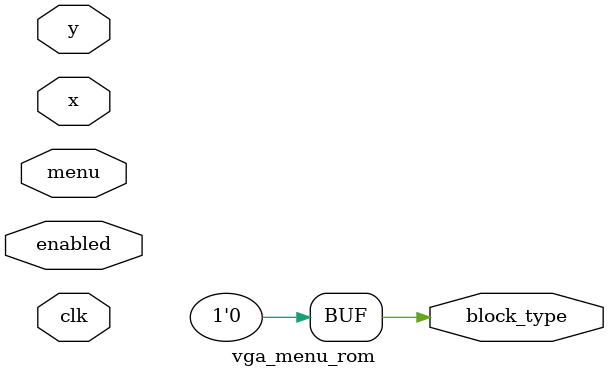
<source format=v>
`timescale 1ns / 1ps

module vga_menu_rom(
    input  clk,
    input enabled,
    input [2:0] menu,
    input [6:0] x,
    input [6:0] y,
    output reg block_type
    );
    
    always@(*)begin
        block_type = 1'b0;
    end
    
endmodule

</source>
